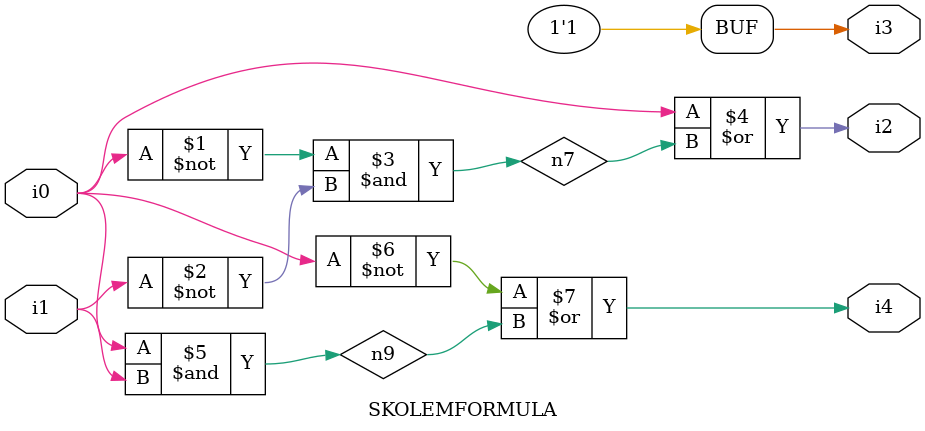
<source format=v>

module SKOLEMFORMULA ( 
    i0, i1,
    i2, i3, i4  );
  input  i0, i1;
  output i2, i3, i4;
  wire n7, n9;
  assign n7 = ~i0 & ~i1;
  assign i2 = i0 | n7;
  assign n9 = i0 & i1;
  assign i4 = ~i0 | n9;
  assign i3 = 1'b1;
endmodule



</source>
